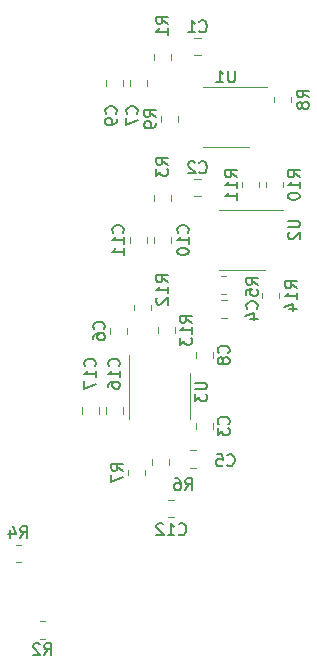
<source format=gbr>
G04 #@! TF.GenerationSoftware,KiCad,Pcbnew,7.0.1*
G04 #@! TF.CreationDate,2023-03-23T18:13:04+01:00*
G04 #@! TF.ProjectId,Project_Gmic,50726f6a-6563-4745-9f47-6d69632e6b69,V1.1*
G04 #@! TF.SameCoordinates,Original*
G04 #@! TF.FileFunction,Legend,Bot*
G04 #@! TF.FilePolarity,Positive*
%FSLAX46Y46*%
G04 Gerber Fmt 4.6, Leading zero omitted, Abs format (unit mm)*
G04 Created by KiCad (PCBNEW 7.0.1) date 2023-03-23 18:13:04*
%MOMM*%
%LPD*%
G01*
G04 APERTURE LIST*
%ADD10C,0.150000*%
%ADD11C,0.120000*%
G04 APERTURE END LIST*
D10*
X35914666Y-98509380D02*
X35962285Y-98557000D01*
X35962285Y-98557000D02*
X36105142Y-98604619D01*
X36105142Y-98604619D02*
X36200380Y-98604619D01*
X36200380Y-98604619D02*
X36343237Y-98557000D01*
X36343237Y-98557000D02*
X36438475Y-98461761D01*
X36438475Y-98461761D02*
X36486094Y-98366523D01*
X36486094Y-98366523D02*
X36533713Y-98176047D01*
X36533713Y-98176047D02*
X36533713Y-98033190D01*
X36533713Y-98033190D02*
X36486094Y-97842714D01*
X36486094Y-97842714D02*
X36438475Y-97747476D01*
X36438475Y-97747476D02*
X36343237Y-97652238D01*
X36343237Y-97652238D02*
X36200380Y-97604619D01*
X36200380Y-97604619D02*
X36105142Y-97604619D01*
X36105142Y-97604619D02*
X35962285Y-97652238D01*
X35962285Y-97652238D02*
X35914666Y-97699857D01*
X34962285Y-98604619D02*
X35533713Y-98604619D01*
X35247999Y-98604619D02*
X35247999Y-97604619D01*
X35247999Y-97604619D02*
X35343237Y-97747476D01*
X35343237Y-97747476D02*
X35438475Y-97842714D01*
X35438475Y-97842714D02*
X35533713Y-97890333D01*
X35914666Y-110447380D02*
X35962285Y-110495000D01*
X35962285Y-110495000D02*
X36105142Y-110542619D01*
X36105142Y-110542619D02*
X36200380Y-110542619D01*
X36200380Y-110542619D02*
X36343237Y-110495000D01*
X36343237Y-110495000D02*
X36438475Y-110399761D01*
X36438475Y-110399761D02*
X36486094Y-110304523D01*
X36486094Y-110304523D02*
X36533713Y-110114047D01*
X36533713Y-110114047D02*
X36533713Y-109971190D01*
X36533713Y-109971190D02*
X36486094Y-109780714D01*
X36486094Y-109780714D02*
X36438475Y-109685476D01*
X36438475Y-109685476D02*
X36343237Y-109590238D01*
X36343237Y-109590238D02*
X36200380Y-109542619D01*
X36200380Y-109542619D02*
X36105142Y-109542619D01*
X36105142Y-109542619D02*
X35962285Y-109590238D01*
X35962285Y-109590238D02*
X35914666Y-109637857D01*
X35533713Y-109637857D02*
X35486094Y-109590238D01*
X35486094Y-109590238D02*
X35390856Y-109542619D01*
X35390856Y-109542619D02*
X35152761Y-109542619D01*
X35152761Y-109542619D02*
X35057523Y-109590238D01*
X35057523Y-109590238D02*
X35009904Y-109637857D01*
X35009904Y-109637857D02*
X34962285Y-109733095D01*
X34962285Y-109733095D02*
X34962285Y-109828333D01*
X34962285Y-109828333D02*
X35009904Y-109971190D01*
X35009904Y-109971190D02*
X35581332Y-110542619D01*
X35581332Y-110542619D02*
X34962285Y-110542619D01*
X38369380Y-131786333D02*
X38417000Y-131738714D01*
X38417000Y-131738714D02*
X38464619Y-131595857D01*
X38464619Y-131595857D02*
X38464619Y-131500619D01*
X38464619Y-131500619D02*
X38417000Y-131357762D01*
X38417000Y-131357762D02*
X38321761Y-131262524D01*
X38321761Y-131262524D02*
X38226523Y-131214905D01*
X38226523Y-131214905D02*
X38036047Y-131167286D01*
X38036047Y-131167286D02*
X37893190Y-131167286D01*
X37893190Y-131167286D02*
X37702714Y-131214905D01*
X37702714Y-131214905D02*
X37607476Y-131262524D01*
X37607476Y-131262524D02*
X37512238Y-131357762D01*
X37512238Y-131357762D02*
X37464619Y-131500619D01*
X37464619Y-131500619D02*
X37464619Y-131595857D01*
X37464619Y-131595857D02*
X37512238Y-131738714D01*
X37512238Y-131738714D02*
X37559857Y-131786333D01*
X37464619Y-132119667D02*
X37464619Y-132738714D01*
X37464619Y-132738714D02*
X37845571Y-132405381D01*
X37845571Y-132405381D02*
X37845571Y-132548238D01*
X37845571Y-132548238D02*
X37893190Y-132643476D01*
X37893190Y-132643476D02*
X37940809Y-132691095D01*
X37940809Y-132691095D02*
X38036047Y-132738714D01*
X38036047Y-132738714D02*
X38274142Y-132738714D01*
X38274142Y-132738714D02*
X38369380Y-132691095D01*
X38369380Y-132691095D02*
X38417000Y-132643476D01*
X38417000Y-132643476D02*
X38464619Y-132548238D01*
X38464619Y-132548238D02*
X38464619Y-132262524D01*
X38464619Y-132262524D02*
X38417000Y-132167286D01*
X38417000Y-132167286D02*
X38369380Y-132119667D01*
X38266666Y-135241380D02*
X38314285Y-135289000D01*
X38314285Y-135289000D02*
X38457142Y-135336619D01*
X38457142Y-135336619D02*
X38552380Y-135336619D01*
X38552380Y-135336619D02*
X38695237Y-135289000D01*
X38695237Y-135289000D02*
X38790475Y-135193761D01*
X38790475Y-135193761D02*
X38838094Y-135098523D01*
X38838094Y-135098523D02*
X38885713Y-134908047D01*
X38885713Y-134908047D02*
X38885713Y-134765190D01*
X38885713Y-134765190D02*
X38838094Y-134574714D01*
X38838094Y-134574714D02*
X38790475Y-134479476D01*
X38790475Y-134479476D02*
X38695237Y-134384238D01*
X38695237Y-134384238D02*
X38552380Y-134336619D01*
X38552380Y-134336619D02*
X38457142Y-134336619D01*
X38457142Y-134336619D02*
X38314285Y-134384238D01*
X38314285Y-134384238D02*
X38266666Y-134431857D01*
X37361904Y-134336619D02*
X37838094Y-134336619D01*
X37838094Y-134336619D02*
X37885713Y-134812809D01*
X37885713Y-134812809D02*
X37838094Y-134765190D01*
X37838094Y-134765190D02*
X37742856Y-134717571D01*
X37742856Y-134717571D02*
X37504761Y-134717571D01*
X37504761Y-134717571D02*
X37409523Y-134765190D01*
X37409523Y-134765190D02*
X37361904Y-134812809D01*
X37361904Y-134812809D02*
X37314285Y-134908047D01*
X37314285Y-134908047D02*
X37314285Y-135146142D01*
X37314285Y-135146142D02*
X37361904Y-135241380D01*
X37361904Y-135241380D02*
X37409523Y-135289000D01*
X37409523Y-135289000D02*
X37504761Y-135336619D01*
X37504761Y-135336619D02*
X37742856Y-135336619D01*
X37742856Y-135336619D02*
X37838094Y-135289000D01*
X37838094Y-135289000D02*
X37885713Y-135241380D01*
X27799380Y-123719333D02*
X27847000Y-123671714D01*
X27847000Y-123671714D02*
X27894619Y-123528857D01*
X27894619Y-123528857D02*
X27894619Y-123433619D01*
X27894619Y-123433619D02*
X27847000Y-123290762D01*
X27847000Y-123290762D02*
X27751761Y-123195524D01*
X27751761Y-123195524D02*
X27656523Y-123147905D01*
X27656523Y-123147905D02*
X27466047Y-123100286D01*
X27466047Y-123100286D02*
X27323190Y-123100286D01*
X27323190Y-123100286D02*
X27132714Y-123147905D01*
X27132714Y-123147905D02*
X27037476Y-123195524D01*
X27037476Y-123195524D02*
X26942238Y-123290762D01*
X26942238Y-123290762D02*
X26894619Y-123433619D01*
X26894619Y-123433619D02*
X26894619Y-123528857D01*
X26894619Y-123528857D02*
X26942238Y-123671714D01*
X26942238Y-123671714D02*
X26989857Y-123719333D01*
X26894619Y-124576476D02*
X26894619Y-124386000D01*
X26894619Y-124386000D02*
X26942238Y-124290762D01*
X26942238Y-124290762D02*
X26989857Y-124243143D01*
X26989857Y-124243143D02*
X27132714Y-124147905D01*
X27132714Y-124147905D02*
X27323190Y-124100286D01*
X27323190Y-124100286D02*
X27704142Y-124100286D01*
X27704142Y-124100286D02*
X27799380Y-124147905D01*
X27799380Y-124147905D02*
X27847000Y-124195524D01*
X27847000Y-124195524D02*
X27894619Y-124290762D01*
X27894619Y-124290762D02*
X27894619Y-124481238D01*
X27894619Y-124481238D02*
X27847000Y-124576476D01*
X27847000Y-124576476D02*
X27799380Y-124624095D01*
X27799380Y-124624095D02*
X27704142Y-124671714D01*
X27704142Y-124671714D02*
X27466047Y-124671714D01*
X27466047Y-124671714D02*
X27370809Y-124624095D01*
X27370809Y-124624095D02*
X27323190Y-124576476D01*
X27323190Y-124576476D02*
X27275571Y-124481238D01*
X27275571Y-124481238D02*
X27275571Y-124290762D01*
X27275571Y-124290762D02*
X27323190Y-124195524D01*
X27323190Y-124195524D02*
X27370809Y-124147905D01*
X27370809Y-124147905D02*
X27466047Y-124100286D01*
X30593380Y-105497333D02*
X30641000Y-105449714D01*
X30641000Y-105449714D02*
X30688619Y-105306857D01*
X30688619Y-105306857D02*
X30688619Y-105211619D01*
X30688619Y-105211619D02*
X30641000Y-105068762D01*
X30641000Y-105068762D02*
X30545761Y-104973524D01*
X30545761Y-104973524D02*
X30450523Y-104925905D01*
X30450523Y-104925905D02*
X30260047Y-104878286D01*
X30260047Y-104878286D02*
X30117190Y-104878286D01*
X30117190Y-104878286D02*
X29926714Y-104925905D01*
X29926714Y-104925905D02*
X29831476Y-104973524D01*
X29831476Y-104973524D02*
X29736238Y-105068762D01*
X29736238Y-105068762D02*
X29688619Y-105211619D01*
X29688619Y-105211619D02*
X29688619Y-105306857D01*
X29688619Y-105306857D02*
X29736238Y-105449714D01*
X29736238Y-105449714D02*
X29783857Y-105497333D01*
X29688619Y-105830667D02*
X29688619Y-106497333D01*
X29688619Y-106497333D02*
X30688619Y-106068762D01*
X38369380Y-125756333D02*
X38417000Y-125708714D01*
X38417000Y-125708714D02*
X38464619Y-125565857D01*
X38464619Y-125565857D02*
X38464619Y-125470619D01*
X38464619Y-125470619D02*
X38417000Y-125327762D01*
X38417000Y-125327762D02*
X38321761Y-125232524D01*
X38321761Y-125232524D02*
X38226523Y-125184905D01*
X38226523Y-125184905D02*
X38036047Y-125137286D01*
X38036047Y-125137286D02*
X37893190Y-125137286D01*
X37893190Y-125137286D02*
X37702714Y-125184905D01*
X37702714Y-125184905D02*
X37607476Y-125232524D01*
X37607476Y-125232524D02*
X37512238Y-125327762D01*
X37512238Y-125327762D02*
X37464619Y-125470619D01*
X37464619Y-125470619D02*
X37464619Y-125565857D01*
X37464619Y-125565857D02*
X37512238Y-125708714D01*
X37512238Y-125708714D02*
X37559857Y-125756333D01*
X37893190Y-126327762D02*
X37845571Y-126232524D01*
X37845571Y-126232524D02*
X37797952Y-126184905D01*
X37797952Y-126184905D02*
X37702714Y-126137286D01*
X37702714Y-126137286D02*
X37655095Y-126137286D01*
X37655095Y-126137286D02*
X37559857Y-126184905D01*
X37559857Y-126184905D02*
X37512238Y-126232524D01*
X37512238Y-126232524D02*
X37464619Y-126327762D01*
X37464619Y-126327762D02*
X37464619Y-126518238D01*
X37464619Y-126518238D02*
X37512238Y-126613476D01*
X37512238Y-126613476D02*
X37559857Y-126661095D01*
X37559857Y-126661095D02*
X37655095Y-126708714D01*
X37655095Y-126708714D02*
X37702714Y-126708714D01*
X37702714Y-126708714D02*
X37797952Y-126661095D01*
X37797952Y-126661095D02*
X37845571Y-126613476D01*
X37845571Y-126613476D02*
X37893190Y-126518238D01*
X37893190Y-126518238D02*
X37893190Y-126327762D01*
X37893190Y-126327762D02*
X37940809Y-126232524D01*
X37940809Y-126232524D02*
X37988428Y-126184905D01*
X37988428Y-126184905D02*
X38083666Y-126137286D01*
X38083666Y-126137286D02*
X38274142Y-126137286D01*
X38274142Y-126137286D02*
X38369380Y-126184905D01*
X38369380Y-126184905D02*
X38417000Y-126232524D01*
X38417000Y-126232524D02*
X38464619Y-126327762D01*
X38464619Y-126327762D02*
X38464619Y-126518238D01*
X38464619Y-126518238D02*
X38417000Y-126613476D01*
X38417000Y-126613476D02*
X38369380Y-126661095D01*
X38369380Y-126661095D02*
X38274142Y-126708714D01*
X38274142Y-126708714D02*
X38083666Y-126708714D01*
X38083666Y-126708714D02*
X37988428Y-126661095D01*
X37988428Y-126661095D02*
X37940809Y-126613476D01*
X37940809Y-126613476D02*
X37893190Y-126518238D01*
X28815380Y-105497333D02*
X28863000Y-105449714D01*
X28863000Y-105449714D02*
X28910619Y-105306857D01*
X28910619Y-105306857D02*
X28910619Y-105211619D01*
X28910619Y-105211619D02*
X28863000Y-105068762D01*
X28863000Y-105068762D02*
X28767761Y-104973524D01*
X28767761Y-104973524D02*
X28672523Y-104925905D01*
X28672523Y-104925905D02*
X28482047Y-104878286D01*
X28482047Y-104878286D02*
X28339190Y-104878286D01*
X28339190Y-104878286D02*
X28148714Y-104925905D01*
X28148714Y-104925905D02*
X28053476Y-104973524D01*
X28053476Y-104973524D02*
X27958238Y-105068762D01*
X27958238Y-105068762D02*
X27910619Y-105211619D01*
X27910619Y-105211619D02*
X27910619Y-105306857D01*
X27910619Y-105306857D02*
X27958238Y-105449714D01*
X27958238Y-105449714D02*
X28005857Y-105497333D01*
X28910619Y-105973524D02*
X28910619Y-106164000D01*
X28910619Y-106164000D02*
X28863000Y-106259238D01*
X28863000Y-106259238D02*
X28815380Y-106306857D01*
X28815380Y-106306857D02*
X28672523Y-106402095D01*
X28672523Y-106402095D02*
X28482047Y-106449714D01*
X28482047Y-106449714D02*
X28101095Y-106449714D01*
X28101095Y-106449714D02*
X28005857Y-106402095D01*
X28005857Y-106402095D02*
X27958238Y-106354476D01*
X27958238Y-106354476D02*
X27910619Y-106259238D01*
X27910619Y-106259238D02*
X27910619Y-106068762D01*
X27910619Y-106068762D02*
X27958238Y-105973524D01*
X27958238Y-105973524D02*
X28005857Y-105925905D01*
X28005857Y-105925905D02*
X28101095Y-105878286D01*
X28101095Y-105878286D02*
X28339190Y-105878286D01*
X28339190Y-105878286D02*
X28434428Y-105925905D01*
X28434428Y-105925905D02*
X28482047Y-105973524D01*
X28482047Y-105973524D02*
X28529666Y-106068762D01*
X28529666Y-106068762D02*
X28529666Y-106259238D01*
X28529666Y-106259238D02*
X28482047Y-106354476D01*
X28482047Y-106354476D02*
X28434428Y-106402095D01*
X28434428Y-106402095D02*
X28339190Y-106449714D01*
X27037380Y-126865142D02*
X27085000Y-126817523D01*
X27085000Y-126817523D02*
X27132619Y-126674666D01*
X27132619Y-126674666D02*
X27132619Y-126579428D01*
X27132619Y-126579428D02*
X27085000Y-126436571D01*
X27085000Y-126436571D02*
X26989761Y-126341333D01*
X26989761Y-126341333D02*
X26894523Y-126293714D01*
X26894523Y-126293714D02*
X26704047Y-126246095D01*
X26704047Y-126246095D02*
X26561190Y-126246095D01*
X26561190Y-126246095D02*
X26370714Y-126293714D01*
X26370714Y-126293714D02*
X26275476Y-126341333D01*
X26275476Y-126341333D02*
X26180238Y-126436571D01*
X26180238Y-126436571D02*
X26132619Y-126579428D01*
X26132619Y-126579428D02*
X26132619Y-126674666D01*
X26132619Y-126674666D02*
X26180238Y-126817523D01*
X26180238Y-126817523D02*
X26227857Y-126865142D01*
X27132619Y-127817523D02*
X27132619Y-127246095D01*
X27132619Y-127531809D02*
X26132619Y-127531809D01*
X26132619Y-127531809D02*
X26275476Y-127436571D01*
X26275476Y-127436571D02*
X26370714Y-127341333D01*
X26370714Y-127341333D02*
X26418333Y-127246095D01*
X26132619Y-128150857D02*
X26132619Y-128817523D01*
X26132619Y-128817523D02*
X27132619Y-128388952D01*
X33228619Y-97877333D02*
X32752428Y-97544000D01*
X33228619Y-97305905D02*
X32228619Y-97305905D01*
X32228619Y-97305905D02*
X32228619Y-97686857D01*
X32228619Y-97686857D02*
X32276238Y-97782095D01*
X32276238Y-97782095D02*
X32323857Y-97829714D01*
X32323857Y-97829714D02*
X32419095Y-97877333D01*
X32419095Y-97877333D02*
X32561952Y-97877333D01*
X32561952Y-97877333D02*
X32657190Y-97829714D01*
X32657190Y-97829714D02*
X32704809Y-97782095D01*
X32704809Y-97782095D02*
X32752428Y-97686857D01*
X32752428Y-97686857D02*
X32752428Y-97305905D01*
X33228619Y-98829714D02*
X33228619Y-98258286D01*
X33228619Y-98544000D02*
X32228619Y-98544000D01*
X32228619Y-98544000D02*
X32371476Y-98448762D01*
X32371476Y-98448762D02*
X32466714Y-98353524D01*
X32466714Y-98353524D02*
X32514333Y-98258286D01*
X22772666Y-151337619D02*
X23105999Y-150861428D01*
X23344094Y-151337619D02*
X23344094Y-150337619D01*
X23344094Y-150337619D02*
X22963142Y-150337619D01*
X22963142Y-150337619D02*
X22867904Y-150385238D01*
X22867904Y-150385238D02*
X22820285Y-150432857D01*
X22820285Y-150432857D02*
X22772666Y-150528095D01*
X22772666Y-150528095D02*
X22772666Y-150670952D01*
X22772666Y-150670952D02*
X22820285Y-150766190D01*
X22820285Y-150766190D02*
X22867904Y-150813809D01*
X22867904Y-150813809D02*
X22963142Y-150861428D01*
X22963142Y-150861428D02*
X23344094Y-150861428D01*
X22391713Y-150432857D02*
X22344094Y-150385238D01*
X22344094Y-150385238D02*
X22248856Y-150337619D01*
X22248856Y-150337619D02*
X22010761Y-150337619D01*
X22010761Y-150337619D02*
X21915523Y-150385238D01*
X21915523Y-150385238D02*
X21867904Y-150432857D01*
X21867904Y-150432857D02*
X21820285Y-150528095D01*
X21820285Y-150528095D02*
X21820285Y-150623333D01*
X21820285Y-150623333D02*
X21867904Y-150766190D01*
X21867904Y-150766190D02*
X22439332Y-151337619D01*
X22439332Y-151337619D02*
X21820285Y-151337619D01*
X33228619Y-109815333D02*
X32752428Y-109482000D01*
X33228619Y-109243905D02*
X32228619Y-109243905D01*
X32228619Y-109243905D02*
X32228619Y-109624857D01*
X32228619Y-109624857D02*
X32276238Y-109720095D01*
X32276238Y-109720095D02*
X32323857Y-109767714D01*
X32323857Y-109767714D02*
X32419095Y-109815333D01*
X32419095Y-109815333D02*
X32561952Y-109815333D01*
X32561952Y-109815333D02*
X32657190Y-109767714D01*
X32657190Y-109767714D02*
X32704809Y-109720095D01*
X32704809Y-109720095D02*
X32752428Y-109624857D01*
X32752428Y-109624857D02*
X32752428Y-109243905D01*
X32228619Y-110148667D02*
X32228619Y-110767714D01*
X32228619Y-110767714D02*
X32609571Y-110434381D01*
X32609571Y-110434381D02*
X32609571Y-110577238D01*
X32609571Y-110577238D02*
X32657190Y-110672476D01*
X32657190Y-110672476D02*
X32704809Y-110720095D01*
X32704809Y-110720095D02*
X32800047Y-110767714D01*
X32800047Y-110767714D02*
X33038142Y-110767714D01*
X33038142Y-110767714D02*
X33133380Y-110720095D01*
X33133380Y-110720095D02*
X33181000Y-110672476D01*
X33181000Y-110672476D02*
X33228619Y-110577238D01*
X33228619Y-110577238D02*
X33228619Y-110291524D01*
X33228619Y-110291524D02*
X33181000Y-110196286D01*
X33181000Y-110196286D02*
X33133380Y-110148667D01*
X40848619Y-119975333D02*
X40372428Y-119642000D01*
X40848619Y-119403905D02*
X39848619Y-119403905D01*
X39848619Y-119403905D02*
X39848619Y-119784857D01*
X39848619Y-119784857D02*
X39896238Y-119880095D01*
X39896238Y-119880095D02*
X39943857Y-119927714D01*
X39943857Y-119927714D02*
X40039095Y-119975333D01*
X40039095Y-119975333D02*
X40181952Y-119975333D01*
X40181952Y-119975333D02*
X40277190Y-119927714D01*
X40277190Y-119927714D02*
X40324809Y-119880095D01*
X40324809Y-119880095D02*
X40372428Y-119784857D01*
X40372428Y-119784857D02*
X40372428Y-119403905D01*
X39848619Y-120880095D02*
X39848619Y-120403905D01*
X39848619Y-120403905D02*
X40324809Y-120356286D01*
X40324809Y-120356286D02*
X40277190Y-120403905D01*
X40277190Y-120403905D02*
X40229571Y-120499143D01*
X40229571Y-120499143D02*
X40229571Y-120737238D01*
X40229571Y-120737238D02*
X40277190Y-120832476D01*
X40277190Y-120832476D02*
X40324809Y-120880095D01*
X40324809Y-120880095D02*
X40420047Y-120927714D01*
X40420047Y-120927714D02*
X40658142Y-120927714D01*
X40658142Y-120927714D02*
X40753380Y-120880095D01*
X40753380Y-120880095D02*
X40801000Y-120832476D01*
X40801000Y-120832476D02*
X40848619Y-120737238D01*
X40848619Y-120737238D02*
X40848619Y-120499143D01*
X40848619Y-120499143D02*
X40801000Y-120403905D01*
X40801000Y-120403905D02*
X40753380Y-120356286D01*
X34710666Y-137368619D02*
X35043999Y-136892428D01*
X35282094Y-137368619D02*
X35282094Y-136368619D01*
X35282094Y-136368619D02*
X34901142Y-136368619D01*
X34901142Y-136368619D02*
X34805904Y-136416238D01*
X34805904Y-136416238D02*
X34758285Y-136463857D01*
X34758285Y-136463857D02*
X34710666Y-136559095D01*
X34710666Y-136559095D02*
X34710666Y-136701952D01*
X34710666Y-136701952D02*
X34758285Y-136797190D01*
X34758285Y-136797190D02*
X34805904Y-136844809D01*
X34805904Y-136844809D02*
X34901142Y-136892428D01*
X34901142Y-136892428D02*
X35282094Y-136892428D01*
X33853523Y-136368619D02*
X34043999Y-136368619D01*
X34043999Y-136368619D02*
X34139237Y-136416238D01*
X34139237Y-136416238D02*
X34186856Y-136463857D01*
X34186856Y-136463857D02*
X34282094Y-136606714D01*
X34282094Y-136606714D02*
X34329713Y-136797190D01*
X34329713Y-136797190D02*
X34329713Y-137178142D01*
X34329713Y-137178142D02*
X34282094Y-137273380D01*
X34282094Y-137273380D02*
X34234475Y-137321000D01*
X34234475Y-137321000D02*
X34139237Y-137368619D01*
X34139237Y-137368619D02*
X33948761Y-137368619D01*
X33948761Y-137368619D02*
X33853523Y-137321000D01*
X33853523Y-137321000D02*
X33805904Y-137273380D01*
X33805904Y-137273380D02*
X33758285Y-137178142D01*
X33758285Y-137178142D02*
X33758285Y-136940047D01*
X33758285Y-136940047D02*
X33805904Y-136844809D01*
X33805904Y-136844809D02*
X33853523Y-136797190D01*
X33853523Y-136797190D02*
X33948761Y-136749571D01*
X33948761Y-136749571D02*
X34139237Y-136749571D01*
X34139237Y-136749571D02*
X34234475Y-136797190D01*
X34234475Y-136797190D02*
X34282094Y-136844809D01*
X34282094Y-136844809D02*
X34329713Y-136940047D01*
X29418619Y-135723333D02*
X28942428Y-135390000D01*
X29418619Y-135151905D02*
X28418619Y-135151905D01*
X28418619Y-135151905D02*
X28418619Y-135532857D01*
X28418619Y-135532857D02*
X28466238Y-135628095D01*
X28466238Y-135628095D02*
X28513857Y-135675714D01*
X28513857Y-135675714D02*
X28609095Y-135723333D01*
X28609095Y-135723333D02*
X28751952Y-135723333D01*
X28751952Y-135723333D02*
X28847190Y-135675714D01*
X28847190Y-135675714D02*
X28894809Y-135628095D01*
X28894809Y-135628095D02*
X28942428Y-135532857D01*
X28942428Y-135532857D02*
X28942428Y-135151905D01*
X28418619Y-136056667D02*
X28418619Y-136723333D01*
X28418619Y-136723333D02*
X29418619Y-136294762D01*
X45166619Y-104123833D02*
X44690428Y-103790500D01*
X45166619Y-103552405D02*
X44166619Y-103552405D01*
X44166619Y-103552405D02*
X44166619Y-103933357D01*
X44166619Y-103933357D02*
X44214238Y-104028595D01*
X44214238Y-104028595D02*
X44261857Y-104076214D01*
X44261857Y-104076214D02*
X44357095Y-104123833D01*
X44357095Y-104123833D02*
X44499952Y-104123833D01*
X44499952Y-104123833D02*
X44595190Y-104076214D01*
X44595190Y-104076214D02*
X44642809Y-104028595D01*
X44642809Y-104028595D02*
X44690428Y-103933357D01*
X44690428Y-103933357D02*
X44690428Y-103552405D01*
X44595190Y-104695262D02*
X44547571Y-104600024D01*
X44547571Y-104600024D02*
X44499952Y-104552405D01*
X44499952Y-104552405D02*
X44404714Y-104504786D01*
X44404714Y-104504786D02*
X44357095Y-104504786D01*
X44357095Y-104504786D02*
X44261857Y-104552405D01*
X44261857Y-104552405D02*
X44214238Y-104600024D01*
X44214238Y-104600024D02*
X44166619Y-104695262D01*
X44166619Y-104695262D02*
X44166619Y-104885738D01*
X44166619Y-104885738D02*
X44214238Y-104980976D01*
X44214238Y-104980976D02*
X44261857Y-105028595D01*
X44261857Y-105028595D02*
X44357095Y-105076214D01*
X44357095Y-105076214D02*
X44404714Y-105076214D01*
X44404714Y-105076214D02*
X44499952Y-105028595D01*
X44499952Y-105028595D02*
X44547571Y-104980976D01*
X44547571Y-104980976D02*
X44595190Y-104885738D01*
X44595190Y-104885738D02*
X44595190Y-104695262D01*
X44595190Y-104695262D02*
X44642809Y-104600024D01*
X44642809Y-104600024D02*
X44690428Y-104552405D01*
X44690428Y-104552405D02*
X44785666Y-104504786D01*
X44785666Y-104504786D02*
X44976142Y-104504786D01*
X44976142Y-104504786D02*
X45071380Y-104552405D01*
X45071380Y-104552405D02*
X45119000Y-104600024D01*
X45119000Y-104600024D02*
X45166619Y-104695262D01*
X45166619Y-104695262D02*
X45166619Y-104885738D01*
X45166619Y-104885738D02*
X45119000Y-104980976D01*
X45119000Y-104980976D02*
X45071380Y-105028595D01*
X45071380Y-105028595D02*
X44976142Y-105076214D01*
X44976142Y-105076214D02*
X44785666Y-105076214D01*
X44785666Y-105076214D02*
X44690428Y-105028595D01*
X44690428Y-105028595D02*
X44642809Y-104980976D01*
X44642809Y-104980976D02*
X44595190Y-104885738D01*
X32213619Y-105774833D02*
X31737428Y-105441500D01*
X32213619Y-105203405D02*
X31213619Y-105203405D01*
X31213619Y-105203405D02*
X31213619Y-105584357D01*
X31213619Y-105584357D02*
X31261238Y-105679595D01*
X31261238Y-105679595D02*
X31308857Y-105727214D01*
X31308857Y-105727214D02*
X31404095Y-105774833D01*
X31404095Y-105774833D02*
X31546952Y-105774833D01*
X31546952Y-105774833D02*
X31642190Y-105727214D01*
X31642190Y-105727214D02*
X31689809Y-105679595D01*
X31689809Y-105679595D02*
X31737428Y-105584357D01*
X31737428Y-105584357D02*
X31737428Y-105203405D01*
X32213619Y-106251024D02*
X32213619Y-106441500D01*
X32213619Y-106441500D02*
X32166000Y-106536738D01*
X32166000Y-106536738D02*
X32118380Y-106584357D01*
X32118380Y-106584357D02*
X31975523Y-106679595D01*
X31975523Y-106679595D02*
X31785047Y-106727214D01*
X31785047Y-106727214D02*
X31404095Y-106727214D01*
X31404095Y-106727214D02*
X31308857Y-106679595D01*
X31308857Y-106679595D02*
X31261238Y-106631976D01*
X31261238Y-106631976D02*
X31213619Y-106536738D01*
X31213619Y-106536738D02*
X31213619Y-106346262D01*
X31213619Y-106346262D02*
X31261238Y-106251024D01*
X31261238Y-106251024D02*
X31308857Y-106203405D01*
X31308857Y-106203405D02*
X31404095Y-106155786D01*
X31404095Y-106155786D02*
X31642190Y-106155786D01*
X31642190Y-106155786D02*
X31737428Y-106203405D01*
X31737428Y-106203405D02*
X31785047Y-106251024D01*
X31785047Y-106251024D02*
X31832666Y-106346262D01*
X31832666Y-106346262D02*
X31832666Y-106536738D01*
X31832666Y-106536738D02*
X31785047Y-106631976D01*
X31785047Y-106631976D02*
X31737428Y-106679595D01*
X31737428Y-106679595D02*
X31642190Y-106727214D01*
X44403619Y-110863142D02*
X43927428Y-110529809D01*
X44403619Y-110291714D02*
X43403619Y-110291714D01*
X43403619Y-110291714D02*
X43403619Y-110672666D01*
X43403619Y-110672666D02*
X43451238Y-110767904D01*
X43451238Y-110767904D02*
X43498857Y-110815523D01*
X43498857Y-110815523D02*
X43594095Y-110863142D01*
X43594095Y-110863142D02*
X43736952Y-110863142D01*
X43736952Y-110863142D02*
X43832190Y-110815523D01*
X43832190Y-110815523D02*
X43879809Y-110767904D01*
X43879809Y-110767904D02*
X43927428Y-110672666D01*
X43927428Y-110672666D02*
X43927428Y-110291714D01*
X44403619Y-111815523D02*
X44403619Y-111244095D01*
X44403619Y-111529809D02*
X43403619Y-111529809D01*
X43403619Y-111529809D02*
X43546476Y-111434571D01*
X43546476Y-111434571D02*
X43641714Y-111339333D01*
X43641714Y-111339333D02*
X43689333Y-111244095D01*
X43403619Y-112434571D02*
X43403619Y-112529809D01*
X43403619Y-112529809D02*
X43451238Y-112625047D01*
X43451238Y-112625047D02*
X43498857Y-112672666D01*
X43498857Y-112672666D02*
X43594095Y-112720285D01*
X43594095Y-112720285D02*
X43784571Y-112767904D01*
X43784571Y-112767904D02*
X44022666Y-112767904D01*
X44022666Y-112767904D02*
X44213142Y-112720285D01*
X44213142Y-112720285D02*
X44308380Y-112672666D01*
X44308380Y-112672666D02*
X44356000Y-112625047D01*
X44356000Y-112625047D02*
X44403619Y-112529809D01*
X44403619Y-112529809D02*
X44403619Y-112434571D01*
X44403619Y-112434571D02*
X44356000Y-112339333D01*
X44356000Y-112339333D02*
X44308380Y-112291714D01*
X44308380Y-112291714D02*
X44213142Y-112244095D01*
X44213142Y-112244095D02*
X44022666Y-112196476D01*
X44022666Y-112196476D02*
X43784571Y-112196476D01*
X43784571Y-112196476D02*
X43594095Y-112244095D01*
X43594095Y-112244095D02*
X43498857Y-112291714D01*
X43498857Y-112291714D02*
X43451238Y-112339333D01*
X43451238Y-112339333D02*
X43403619Y-112434571D01*
X39070619Y-110863142D02*
X38594428Y-110529809D01*
X39070619Y-110291714D02*
X38070619Y-110291714D01*
X38070619Y-110291714D02*
X38070619Y-110672666D01*
X38070619Y-110672666D02*
X38118238Y-110767904D01*
X38118238Y-110767904D02*
X38165857Y-110815523D01*
X38165857Y-110815523D02*
X38261095Y-110863142D01*
X38261095Y-110863142D02*
X38403952Y-110863142D01*
X38403952Y-110863142D02*
X38499190Y-110815523D01*
X38499190Y-110815523D02*
X38546809Y-110767904D01*
X38546809Y-110767904D02*
X38594428Y-110672666D01*
X38594428Y-110672666D02*
X38594428Y-110291714D01*
X39070619Y-111815523D02*
X39070619Y-111244095D01*
X39070619Y-111529809D02*
X38070619Y-111529809D01*
X38070619Y-111529809D02*
X38213476Y-111434571D01*
X38213476Y-111434571D02*
X38308714Y-111339333D01*
X38308714Y-111339333D02*
X38356333Y-111244095D01*
X39070619Y-112767904D02*
X39070619Y-112196476D01*
X39070619Y-112482190D02*
X38070619Y-112482190D01*
X38070619Y-112482190D02*
X38213476Y-112386952D01*
X38213476Y-112386952D02*
X38308714Y-112291714D01*
X38308714Y-112291714D02*
X38356333Y-112196476D01*
X33228619Y-119753142D02*
X32752428Y-119419809D01*
X33228619Y-119181714D02*
X32228619Y-119181714D01*
X32228619Y-119181714D02*
X32228619Y-119562666D01*
X32228619Y-119562666D02*
X32276238Y-119657904D01*
X32276238Y-119657904D02*
X32323857Y-119705523D01*
X32323857Y-119705523D02*
X32419095Y-119753142D01*
X32419095Y-119753142D02*
X32561952Y-119753142D01*
X32561952Y-119753142D02*
X32657190Y-119705523D01*
X32657190Y-119705523D02*
X32704809Y-119657904D01*
X32704809Y-119657904D02*
X32752428Y-119562666D01*
X32752428Y-119562666D02*
X32752428Y-119181714D01*
X33228619Y-120705523D02*
X33228619Y-120134095D01*
X33228619Y-120419809D02*
X32228619Y-120419809D01*
X32228619Y-120419809D02*
X32371476Y-120324571D01*
X32371476Y-120324571D02*
X32466714Y-120229333D01*
X32466714Y-120229333D02*
X32514333Y-120134095D01*
X32323857Y-121086476D02*
X32276238Y-121134095D01*
X32276238Y-121134095D02*
X32228619Y-121229333D01*
X32228619Y-121229333D02*
X32228619Y-121467428D01*
X32228619Y-121467428D02*
X32276238Y-121562666D01*
X32276238Y-121562666D02*
X32323857Y-121610285D01*
X32323857Y-121610285D02*
X32419095Y-121657904D01*
X32419095Y-121657904D02*
X32514333Y-121657904D01*
X32514333Y-121657904D02*
X32657190Y-121610285D01*
X32657190Y-121610285D02*
X33228619Y-121038857D01*
X33228619Y-121038857D02*
X33228619Y-121657904D01*
X35259619Y-123182142D02*
X34783428Y-122848809D01*
X35259619Y-122610714D02*
X34259619Y-122610714D01*
X34259619Y-122610714D02*
X34259619Y-122991666D01*
X34259619Y-122991666D02*
X34307238Y-123086904D01*
X34307238Y-123086904D02*
X34354857Y-123134523D01*
X34354857Y-123134523D02*
X34450095Y-123182142D01*
X34450095Y-123182142D02*
X34592952Y-123182142D01*
X34592952Y-123182142D02*
X34688190Y-123134523D01*
X34688190Y-123134523D02*
X34735809Y-123086904D01*
X34735809Y-123086904D02*
X34783428Y-122991666D01*
X34783428Y-122991666D02*
X34783428Y-122610714D01*
X35259619Y-124134523D02*
X35259619Y-123563095D01*
X35259619Y-123848809D02*
X34259619Y-123848809D01*
X34259619Y-123848809D02*
X34402476Y-123753571D01*
X34402476Y-123753571D02*
X34497714Y-123658333D01*
X34497714Y-123658333D02*
X34545333Y-123563095D01*
X34259619Y-124467857D02*
X34259619Y-125086904D01*
X34259619Y-125086904D02*
X34640571Y-124753571D01*
X34640571Y-124753571D02*
X34640571Y-124896428D01*
X34640571Y-124896428D02*
X34688190Y-124991666D01*
X34688190Y-124991666D02*
X34735809Y-125039285D01*
X34735809Y-125039285D02*
X34831047Y-125086904D01*
X34831047Y-125086904D02*
X35069142Y-125086904D01*
X35069142Y-125086904D02*
X35164380Y-125039285D01*
X35164380Y-125039285D02*
X35212000Y-124991666D01*
X35212000Y-124991666D02*
X35259619Y-124896428D01*
X35259619Y-124896428D02*
X35259619Y-124610714D01*
X35259619Y-124610714D02*
X35212000Y-124515476D01*
X35212000Y-124515476D02*
X35164380Y-124467857D01*
X44150619Y-120261142D02*
X43674428Y-119927809D01*
X44150619Y-119689714D02*
X43150619Y-119689714D01*
X43150619Y-119689714D02*
X43150619Y-120070666D01*
X43150619Y-120070666D02*
X43198238Y-120165904D01*
X43198238Y-120165904D02*
X43245857Y-120213523D01*
X43245857Y-120213523D02*
X43341095Y-120261142D01*
X43341095Y-120261142D02*
X43483952Y-120261142D01*
X43483952Y-120261142D02*
X43579190Y-120213523D01*
X43579190Y-120213523D02*
X43626809Y-120165904D01*
X43626809Y-120165904D02*
X43674428Y-120070666D01*
X43674428Y-120070666D02*
X43674428Y-119689714D01*
X44150619Y-121213523D02*
X44150619Y-120642095D01*
X44150619Y-120927809D02*
X43150619Y-120927809D01*
X43150619Y-120927809D02*
X43293476Y-120832571D01*
X43293476Y-120832571D02*
X43388714Y-120737333D01*
X43388714Y-120737333D02*
X43436333Y-120642095D01*
X43483952Y-122070666D02*
X44150619Y-122070666D01*
X43103000Y-121832571D02*
X43817285Y-121594476D01*
X43817285Y-121594476D02*
X43817285Y-122213523D01*
X34911380Y-115562142D02*
X34959000Y-115514523D01*
X34959000Y-115514523D02*
X35006619Y-115371666D01*
X35006619Y-115371666D02*
X35006619Y-115276428D01*
X35006619Y-115276428D02*
X34959000Y-115133571D01*
X34959000Y-115133571D02*
X34863761Y-115038333D01*
X34863761Y-115038333D02*
X34768523Y-114990714D01*
X34768523Y-114990714D02*
X34578047Y-114943095D01*
X34578047Y-114943095D02*
X34435190Y-114943095D01*
X34435190Y-114943095D02*
X34244714Y-114990714D01*
X34244714Y-114990714D02*
X34149476Y-115038333D01*
X34149476Y-115038333D02*
X34054238Y-115133571D01*
X34054238Y-115133571D02*
X34006619Y-115276428D01*
X34006619Y-115276428D02*
X34006619Y-115371666D01*
X34006619Y-115371666D02*
X34054238Y-115514523D01*
X34054238Y-115514523D02*
X34101857Y-115562142D01*
X35006619Y-116514523D02*
X35006619Y-115943095D01*
X35006619Y-116228809D02*
X34006619Y-116228809D01*
X34006619Y-116228809D02*
X34149476Y-116133571D01*
X34149476Y-116133571D02*
X34244714Y-116038333D01*
X34244714Y-116038333D02*
X34292333Y-115943095D01*
X34006619Y-117133571D02*
X34006619Y-117228809D01*
X34006619Y-117228809D02*
X34054238Y-117324047D01*
X34054238Y-117324047D02*
X34101857Y-117371666D01*
X34101857Y-117371666D02*
X34197095Y-117419285D01*
X34197095Y-117419285D02*
X34387571Y-117466904D01*
X34387571Y-117466904D02*
X34625666Y-117466904D01*
X34625666Y-117466904D02*
X34816142Y-117419285D01*
X34816142Y-117419285D02*
X34911380Y-117371666D01*
X34911380Y-117371666D02*
X34959000Y-117324047D01*
X34959000Y-117324047D02*
X35006619Y-117228809D01*
X35006619Y-117228809D02*
X35006619Y-117133571D01*
X35006619Y-117133571D02*
X34959000Y-117038333D01*
X34959000Y-117038333D02*
X34911380Y-116990714D01*
X34911380Y-116990714D02*
X34816142Y-116943095D01*
X34816142Y-116943095D02*
X34625666Y-116895476D01*
X34625666Y-116895476D02*
X34387571Y-116895476D01*
X34387571Y-116895476D02*
X34197095Y-116943095D01*
X34197095Y-116943095D02*
X34101857Y-116990714D01*
X34101857Y-116990714D02*
X34054238Y-117038333D01*
X34054238Y-117038333D02*
X34006619Y-117133571D01*
X34170857Y-141083380D02*
X34218476Y-141131000D01*
X34218476Y-141131000D02*
X34361333Y-141178619D01*
X34361333Y-141178619D02*
X34456571Y-141178619D01*
X34456571Y-141178619D02*
X34599428Y-141131000D01*
X34599428Y-141131000D02*
X34694666Y-141035761D01*
X34694666Y-141035761D02*
X34742285Y-140940523D01*
X34742285Y-140940523D02*
X34789904Y-140750047D01*
X34789904Y-140750047D02*
X34789904Y-140607190D01*
X34789904Y-140607190D02*
X34742285Y-140416714D01*
X34742285Y-140416714D02*
X34694666Y-140321476D01*
X34694666Y-140321476D02*
X34599428Y-140226238D01*
X34599428Y-140226238D02*
X34456571Y-140178619D01*
X34456571Y-140178619D02*
X34361333Y-140178619D01*
X34361333Y-140178619D02*
X34218476Y-140226238D01*
X34218476Y-140226238D02*
X34170857Y-140273857D01*
X33218476Y-141178619D02*
X33789904Y-141178619D01*
X33504190Y-141178619D02*
X33504190Y-140178619D01*
X33504190Y-140178619D02*
X33599428Y-140321476D01*
X33599428Y-140321476D02*
X33694666Y-140416714D01*
X33694666Y-140416714D02*
X33789904Y-140464333D01*
X32837523Y-140273857D02*
X32789904Y-140226238D01*
X32789904Y-140226238D02*
X32694666Y-140178619D01*
X32694666Y-140178619D02*
X32456571Y-140178619D01*
X32456571Y-140178619D02*
X32361333Y-140226238D01*
X32361333Y-140226238D02*
X32313714Y-140273857D01*
X32313714Y-140273857D02*
X32266095Y-140369095D01*
X32266095Y-140369095D02*
X32266095Y-140464333D01*
X32266095Y-140464333D02*
X32313714Y-140607190D01*
X32313714Y-140607190D02*
X32885142Y-141178619D01*
X32885142Y-141178619D02*
X32266095Y-141178619D01*
X29069380Y-126865142D02*
X29117000Y-126817523D01*
X29117000Y-126817523D02*
X29164619Y-126674666D01*
X29164619Y-126674666D02*
X29164619Y-126579428D01*
X29164619Y-126579428D02*
X29117000Y-126436571D01*
X29117000Y-126436571D02*
X29021761Y-126341333D01*
X29021761Y-126341333D02*
X28926523Y-126293714D01*
X28926523Y-126293714D02*
X28736047Y-126246095D01*
X28736047Y-126246095D02*
X28593190Y-126246095D01*
X28593190Y-126246095D02*
X28402714Y-126293714D01*
X28402714Y-126293714D02*
X28307476Y-126341333D01*
X28307476Y-126341333D02*
X28212238Y-126436571D01*
X28212238Y-126436571D02*
X28164619Y-126579428D01*
X28164619Y-126579428D02*
X28164619Y-126674666D01*
X28164619Y-126674666D02*
X28212238Y-126817523D01*
X28212238Y-126817523D02*
X28259857Y-126865142D01*
X29164619Y-127817523D02*
X29164619Y-127246095D01*
X29164619Y-127531809D02*
X28164619Y-127531809D01*
X28164619Y-127531809D02*
X28307476Y-127436571D01*
X28307476Y-127436571D02*
X28402714Y-127341333D01*
X28402714Y-127341333D02*
X28450333Y-127246095D01*
X28164619Y-128674666D02*
X28164619Y-128484190D01*
X28164619Y-128484190D02*
X28212238Y-128388952D01*
X28212238Y-128388952D02*
X28259857Y-128341333D01*
X28259857Y-128341333D02*
X28402714Y-128246095D01*
X28402714Y-128246095D02*
X28593190Y-128198476D01*
X28593190Y-128198476D02*
X28974142Y-128198476D01*
X28974142Y-128198476D02*
X29069380Y-128246095D01*
X29069380Y-128246095D02*
X29117000Y-128293714D01*
X29117000Y-128293714D02*
X29164619Y-128388952D01*
X29164619Y-128388952D02*
X29164619Y-128579428D01*
X29164619Y-128579428D02*
X29117000Y-128674666D01*
X29117000Y-128674666D02*
X29069380Y-128722285D01*
X29069380Y-128722285D02*
X28974142Y-128769904D01*
X28974142Y-128769904D02*
X28736047Y-128769904D01*
X28736047Y-128769904D02*
X28640809Y-128722285D01*
X28640809Y-128722285D02*
X28593190Y-128674666D01*
X28593190Y-128674666D02*
X28545571Y-128579428D01*
X28545571Y-128579428D02*
X28545571Y-128388952D01*
X28545571Y-128388952D02*
X28593190Y-128293714D01*
X28593190Y-128293714D02*
X28640809Y-128246095D01*
X28640809Y-128246095D02*
X28736047Y-128198476D01*
X38926904Y-101853619D02*
X38926904Y-102663142D01*
X38926904Y-102663142D02*
X38879285Y-102758380D01*
X38879285Y-102758380D02*
X38831666Y-102806000D01*
X38831666Y-102806000D02*
X38736428Y-102853619D01*
X38736428Y-102853619D02*
X38545952Y-102853619D01*
X38545952Y-102853619D02*
X38450714Y-102806000D01*
X38450714Y-102806000D02*
X38403095Y-102758380D01*
X38403095Y-102758380D02*
X38355476Y-102663142D01*
X38355476Y-102663142D02*
X38355476Y-101853619D01*
X37355476Y-102853619D02*
X37926904Y-102853619D01*
X37641190Y-102853619D02*
X37641190Y-101853619D01*
X37641190Y-101853619D02*
X37736428Y-101996476D01*
X37736428Y-101996476D02*
X37831666Y-102091714D01*
X37831666Y-102091714D02*
X37926904Y-102139333D01*
X43404619Y-114554095D02*
X44214142Y-114554095D01*
X44214142Y-114554095D02*
X44309380Y-114601714D01*
X44309380Y-114601714D02*
X44357000Y-114649333D01*
X44357000Y-114649333D02*
X44404619Y-114744571D01*
X44404619Y-114744571D02*
X44404619Y-114935047D01*
X44404619Y-114935047D02*
X44357000Y-115030285D01*
X44357000Y-115030285D02*
X44309380Y-115077904D01*
X44309380Y-115077904D02*
X44214142Y-115125523D01*
X44214142Y-115125523D02*
X43404619Y-115125523D01*
X43499857Y-115554095D02*
X43452238Y-115601714D01*
X43452238Y-115601714D02*
X43404619Y-115696952D01*
X43404619Y-115696952D02*
X43404619Y-115935047D01*
X43404619Y-115935047D02*
X43452238Y-116030285D01*
X43452238Y-116030285D02*
X43499857Y-116077904D01*
X43499857Y-116077904D02*
X43595095Y-116125523D01*
X43595095Y-116125523D02*
X43690333Y-116125523D01*
X43690333Y-116125523D02*
X43833190Y-116077904D01*
X43833190Y-116077904D02*
X44404619Y-115506476D01*
X44404619Y-115506476D02*
X44404619Y-116125523D01*
X35530619Y-128270095D02*
X36340142Y-128270095D01*
X36340142Y-128270095D02*
X36435380Y-128317714D01*
X36435380Y-128317714D02*
X36483000Y-128365333D01*
X36483000Y-128365333D02*
X36530619Y-128460571D01*
X36530619Y-128460571D02*
X36530619Y-128651047D01*
X36530619Y-128651047D02*
X36483000Y-128746285D01*
X36483000Y-128746285D02*
X36435380Y-128793904D01*
X36435380Y-128793904D02*
X36340142Y-128841523D01*
X36340142Y-128841523D02*
X35530619Y-128841523D01*
X35530619Y-129222476D02*
X35530619Y-129841523D01*
X35530619Y-129841523D02*
X35911571Y-129508190D01*
X35911571Y-129508190D02*
X35911571Y-129651047D01*
X35911571Y-129651047D02*
X35959190Y-129746285D01*
X35959190Y-129746285D02*
X36006809Y-129793904D01*
X36006809Y-129793904D02*
X36102047Y-129841523D01*
X36102047Y-129841523D02*
X36340142Y-129841523D01*
X36340142Y-129841523D02*
X36435380Y-129793904D01*
X36435380Y-129793904D02*
X36483000Y-129746285D01*
X36483000Y-129746285D02*
X36530619Y-129651047D01*
X36530619Y-129651047D02*
X36530619Y-129365333D01*
X36530619Y-129365333D02*
X36483000Y-129270095D01*
X36483000Y-129270095D02*
X36435380Y-129222476D01*
X40753380Y-122007333D02*
X40801000Y-121959714D01*
X40801000Y-121959714D02*
X40848619Y-121816857D01*
X40848619Y-121816857D02*
X40848619Y-121721619D01*
X40848619Y-121721619D02*
X40801000Y-121578762D01*
X40801000Y-121578762D02*
X40705761Y-121483524D01*
X40705761Y-121483524D02*
X40610523Y-121435905D01*
X40610523Y-121435905D02*
X40420047Y-121388286D01*
X40420047Y-121388286D02*
X40277190Y-121388286D01*
X40277190Y-121388286D02*
X40086714Y-121435905D01*
X40086714Y-121435905D02*
X39991476Y-121483524D01*
X39991476Y-121483524D02*
X39896238Y-121578762D01*
X39896238Y-121578762D02*
X39848619Y-121721619D01*
X39848619Y-121721619D02*
X39848619Y-121816857D01*
X39848619Y-121816857D02*
X39896238Y-121959714D01*
X39896238Y-121959714D02*
X39943857Y-122007333D01*
X40181952Y-122864476D02*
X40848619Y-122864476D01*
X39801000Y-122626381D02*
X40515285Y-122388286D01*
X40515285Y-122388286D02*
X40515285Y-123007333D01*
X29421380Y-115562142D02*
X29469000Y-115514523D01*
X29469000Y-115514523D02*
X29516619Y-115371666D01*
X29516619Y-115371666D02*
X29516619Y-115276428D01*
X29516619Y-115276428D02*
X29469000Y-115133571D01*
X29469000Y-115133571D02*
X29373761Y-115038333D01*
X29373761Y-115038333D02*
X29278523Y-114990714D01*
X29278523Y-114990714D02*
X29088047Y-114943095D01*
X29088047Y-114943095D02*
X28945190Y-114943095D01*
X28945190Y-114943095D02*
X28754714Y-114990714D01*
X28754714Y-114990714D02*
X28659476Y-115038333D01*
X28659476Y-115038333D02*
X28564238Y-115133571D01*
X28564238Y-115133571D02*
X28516619Y-115276428D01*
X28516619Y-115276428D02*
X28516619Y-115371666D01*
X28516619Y-115371666D02*
X28564238Y-115514523D01*
X28564238Y-115514523D02*
X28611857Y-115562142D01*
X29516619Y-116514523D02*
X29516619Y-115943095D01*
X29516619Y-116228809D02*
X28516619Y-116228809D01*
X28516619Y-116228809D02*
X28659476Y-116133571D01*
X28659476Y-116133571D02*
X28754714Y-116038333D01*
X28754714Y-116038333D02*
X28802333Y-115943095D01*
X29516619Y-117466904D02*
X29516619Y-116895476D01*
X29516619Y-117181190D02*
X28516619Y-117181190D01*
X28516619Y-117181190D02*
X28659476Y-117085952D01*
X28659476Y-117085952D02*
X28754714Y-116990714D01*
X28754714Y-116990714D02*
X28802333Y-116895476D01*
X20740666Y-141432619D02*
X21073999Y-140956428D01*
X21312094Y-141432619D02*
X21312094Y-140432619D01*
X21312094Y-140432619D02*
X20931142Y-140432619D01*
X20931142Y-140432619D02*
X20835904Y-140480238D01*
X20835904Y-140480238D02*
X20788285Y-140527857D01*
X20788285Y-140527857D02*
X20740666Y-140623095D01*
X20740666Y-140623095D02*
X20740666Y-140765952D01*
X20740666Y-140765952D02*
X20788285Y-140861190D01*
X20788285Y-140861190D02*
X20835904Y-140908809D01*
X20835904Y-140908809D02*
X20931142Y-140956428D01*
X20931142Y-140956428D02*
X21312094Y-140956428D01*
X19883523Y-140765952D02*
X19883523Y-141432619D01*
X20121618Y-140385000D02*
X20359713Y-141099285D01*
X20359713Y-141099285D02*
X19740666Y-141099285D01*
D11*
X36009252Y-100557000D02*
X35486748Y-100557000D01*
X36009252Y-99087000D02*
X35486748Y-99087000D01*
X36009252Y-112495000D02*
X35486748Y-112495000D01*
X36009252Y-111025000D02*
X35486748Y-111025000D01*
X35587000Y-132214252D02*
X35587000Y-131691748D01*
X37057000Y-132214252D02*
X37057000Y-131691748D01*
X35105748Y-134012000D02*
X35628252Y-134012000D01*
X35105748Y-135482000D02*
X35628252Y-135482000D01*
X28348000Y-124147252D02*
X28348000Y-123624748D01*
X29818000Y-124147252D02*
X29818000Y-123624748D01*
X31469000Y-102608748D02*
X31469000Y-103131252D01*
X29999000Y-102608748D02*
X29999000Y-103131252D01*
X35587000Y-126184252D02*
X35587000Y-125661748D01*
X37057000Y-126184252D02*
X37057000Y-125661748D01*
X29437000Y-102608748D02*
X29437000Y-103131252D01*
X27967000Y-102608748D02*
X27967000Y-103131252D01*
X25935000Y-130883252D02*
X25935000Y-130360748D01*
X27405000Y-130883252D02*
X27405000Y-130360748D01*
X32031000Y-100938064D02*
X32031000Y-100483936D01*
X33501000Y-100938064D02*
X33501000Y-100483936D01*
X22378936Y-148490000D02*
X22833064Y-148490000D01*
X22378936Y-149960000D02*
X22833064Y-149960000D01*
X32031000Y-112876064D02*
X32031000Y-112421936D01*
X33501000Y-112876064D02*
X33501000Y-112421936D01*
X37745936Y-119280000D02*
X38200064Y-119280000D01*
X37745936Y-120750000D02*
X38200064Y-120750000D01*
X33374000Y-134773936D02*
X33374000Y-135228064D01*
X31904000Y-134773936D02*
X31904000Y-135228064D01*
X29872000Y-136117064D02*
X29872000Y-135662936D01*
X31342000Y-136117064D02*
X31342000Y-135662936D01*
X43661000Y-104063436D02*
X43661000Y-104517564D01*
X42191000Y-104063436D02*
X42191000Y-104517564D01*
X34136000Y-105714436D02*
X34136000Y-106168564D01*
X32666000Y-105714436D02*
X32666000Y-106168564D01*
X41556000Y-111733064D02*
X41556000Y-111278936D01*
X43026000Y-111733064D02*
X43026000Y-111278936D01*
X39524000Y-111709564D02*
X39524000Y-111255436D01*
X40994000Y-111709564D02*
X40994000Y-111255436D01*
X30380000Y-122147064D02*
X30380000Y-121692936D01*
X31850000Y-122147064D02*
X31850000Y-121692936D01*
X32412000Y-124052064D02*
X32412000Y-123597936D01*
X33882000Y-124052064D02*
X33882000Y-123597936D01*
X42645000Y-120676936D02*
X42645000Y-121131064D01*
X41175000Y-120676936D02*
X41175000Y-121131064D01*
X33501000Y-115943748D02*
X33501000Y-116466252D01*
X32031000Y-115943748D02*
X32031000Y-116466252D01*
X33789252Y-139673000D02*
X33266748Y-139673000D01*
X33789252Y-138203000D02*
X33266748Y-138203000D01*
X27967000Y-130883252D02*
X27967000Y-130360748D01*
X29437000Y-130883252D02*
X29437000Y-130360748D01*
X38165000Y-108351000D02*
X40115000Y-108351000D01*
X38165000Y-108351000D02*
X36215000Y-108351000D01*
X38165000Y-103231000D02*
X41615000Y-103231000D01*
X38165000Y-103231000D02*
X36215000Y-103231000D01*
X39497000Y-118765000D02*
X41447000Y-118765000D01*
X39497000Y-118765000D02*
X37547000Y-118765000D01*
X39497000Y-113645000D02*
X42947000Y-113645000D01*
X39497000Y-113645000D02*
X37547000Y-113645000D01*
X35072000Y-129413000D02*
X35072000Y-127463000D01*
X35072000Y-129413000D02*
X35072000Y-131363000D01*
X29952000Y-129413000D02*
X29952000Y-125963000D01*
X29952000Y-129413000D02*
X29952000Y-131363000D01*
X38234252Y-122782000D02*
X37711748Y-122782000D01*
X38234252Y-121312000D02*
X37711748Y-121312000D01*
X31469000Y-115943748D02*
X31469000Y-116466252D01*
X29999000Y-115943748D02*
X29999000Y-116466252D01*
X20346936Y-142013000D02*
X20801064Y-142013000D01*
X20346936Y-143483000D02*
X20801064Y-143483000D01*
M02*

</source>
